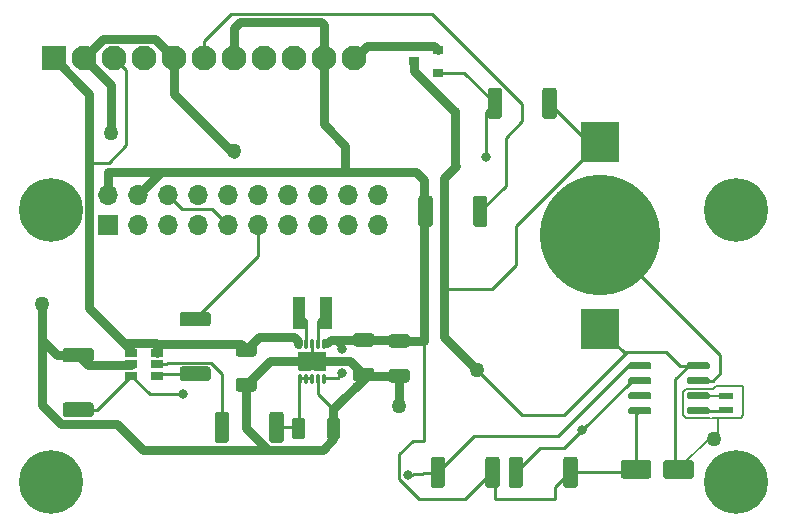
<source format=gbr>
G04 #@! TF.GenerationSoftware,KiCad,Pcbnew,5.1.10*
G04 #@! TF.CreationDate,2021-09-11T21:58:46-07:00*
G04 #@! TF.ProjectId,sticky_pi_hat,73746963-6b79-45f7-9069-5f6861742e6b,rev?*
G04 #@! TF.SameCoordinates,Original*
G04 #@! TF.FileFunction,Copper,L1,Top*
G04 #@! TF.FilePolarity,Positive*
%FSLAX46Y46*%
G04 Gerber Fmt 4.6, Leading zero omitted, Abs format (unit mm)*
G04 Created by KiCad (PCBNEW 5.1.10) date 2021-09-11 21:58:46*
%MOMM*%
%LPD*%
G01*
G04 APERTURE LIST*
G04 #@! TA.AperFunction,SMDPad,CuDef*
%ADD10C,10.200000*%
G04 #@! TD*
G04 #@! TA.AperFunction,SMDPad,CuDef*
%ADD11R,3.300000X3.500000*%
G04 #@! TD*
G04 #@! TA.AperFunction,SMDPad,CuDef*
%ADD12R,1.200000X0.600000*%
G04 #@! TD*
G04 #@! TA.AperFunction,ComponentPad*
%ADD13C,0.600000*%
G04 #@! TD*
G04 #@! TA.AperFunction,SMDPad,CuDef*
%ADD14O,0.280000X0.850000*%
G04 #@! TD*
G04 #@! TA.AperFunction,SMDPad,CuDef*
%ADD15R,0.280000X0.280000*%
G04 #@! TD*
G04 #@! TA.AperFunction,SMDPad,CuDef*
%ADD16R,2.400000X1.650000*%
G04 #@! TD*
G04 #@! TA.AperFunction,SMDPad,CuDef*
%ADD17R,1.050000X0.680000*%
G04 #@! TD*
G04 #@! TA.AperFunction,SMDPad,CuDef*
%ADD18R,0.500000X0.260000*%
G04 #@! TD*
G04 #@! TA.AperFunction,SMDPad,CuDef*
%ADD19R,0.700000X0.280000*%
G04 #@! TD*
G04 #@! TA.AperFunction,ComponentPad*
%ADD20C,5.400000*%
G04 #@! TD*
G04 #@! TA.AperFunction,SMDPad,CuDef*
%ADD21R,0.900000X0.800000*%
G04 #@! TD*
G04 #@! TA.AperFunction,ComponentPad*
%ADD22O,1.700000X1.700000*%
G04 #@! TD*
G04 #@! TA.AperFunction,ComponentPad*
%ADD23R,1.700000X1.700000*%
G04 #@! TD*
G04 #@! TA.AperFunction,SMDPad,CuDef*
%ADD24R,1.060000X0.650000*%
G04 #@! TD*
G04 #@! TA.AperFunction,SMDPad,CuDef*
%ADD25R,1.000000X2.750000*%
G04 #@! TD*
G04 #@! TA.AperFunction,ComponentPad*
%ADD26C,2.100000*%
G04 #@! TD*
G04 #@! TA.AperFunction,ComponentPad*
%ADD27R,2.100000X2.100000*%
G04 #@! TD*
G04 #@! TA.AperFunction,ViaPad*
%ADD28C,0.800000*%
G04 #@! TD*
G04 #@! TA.AperFunction,ViaPad*
%ADD29C,1.270000*%
G04 #@! TD*
G04 #@! TA.AperFunction,Conductor*
%ADD30C,0.254000*%
G04 #@! TD*
G04 #@! TA.AperFunction,Conductor*
%ADD31C,0.762000*%
G04 #@! TD*
G04 #@! TA.AperFunction,Conductor*
%ADD32C,0.250000*%
G04 #@! TD*
G04 #@! TA.AperFunction,Conductor*
%ADD33C,0.200000*%
G04 #@! TD*
G04 APERTURE END LIST*
D10*
X160528000Y-105156000D03*
D11*
X160528000Y-97256000D03*
X160528000Y-113056000D03*
D12*
X171196000Y-118780000D03*
X171196000Y-119980000D03*
D13*
X135394000Y-115324000D03*
X136894000Y-115324000D03*
X136894000Y-116324000D03*
X136144000Y-115824000D03*
X135394000Y-116324000D03*
D14*
X137144000Y-117299000D03*
X136644000Y-117299000D03*
X136144000Y-117299000D03*
D15*
X135644000Y-117584000D03*
X135144000Y-117584000D03*
D14*
X135144000Y-114349000D03*
D15*
X135644000Y-114064000D03*
D14*
X136144000Y-114349000D03*
D15*
X136644000Y-114064000D03*
X137144000Y-114064000D03*
D16*
X136144000Y-115824000D03*
D17*
X135509000Y-116274000D03*
X135509000Y-115374000D03*
X136779000Y-116274000D03*
D18*
X134514000Y-116074000D03*
X134514000Y-115574000D03*
X137774000Y-116074000D03*
D19*
X134594000Y-116074000D03*
X134594000Y-115574000D03*
X137694000Y-116074000D03*
D18*
X137774000Y-115574000D03*
D19*
X137694000Y-115574000D03*
D17*
X136779000Y-115374000D03*
D15*
X137144000Y-117584000D03*
X136644000Y-117584000D03*
X136144000Y-117584000D03*
D14*
X135644000Y-117299000D03*
X135144000Y-117299000D03*
D15*
X135144000Y-114064000D03*
D14*
X135644000Y-114349000D03*
D15*
X136144000Y-114064000D03*
D14*
X136644000Y-114349000D03*
X137144000Y-114349000D03*
G04 #@! TA.AperFunction,SMDPad,CuDef*
G36*
G01*
X165854000Y-125518000D02*
X165854000Y-124418000D01*
G75*
G02*
X166104000Y-124168000I250000J0D01*
G01*
X168204000Y-124168000D01*
G75*
G02*
X168454000Y-124418000I0J-250000D01*
G01*
X168454000Y-125518000D01*
G75*
G02*
X168204000Y-125768000I-250000J0D01*
G01*
X166104000Y-125768000D01*
G75*
G02*
X165854000Y-125518000I0J250000D01*
G01*
G37*
G04 #@! TD.AperFunction*
G04 #@! TA.AperFunction,SMDPad,CuDef*
G36*
G01*
X162254000Y-125518000D02*
X162254000Y-124418000D01*
G75*
G02*
X162504000Y-124168000I250000J0D01*
G01*
X164604000Y-124168000D01*
G75*
G02*
X164854000Y-124418000I0J-250000D01*
G01*
X164854000Y-125518000D01*
G75*
G02*
X164604000Y-125768000I-250000J0D01*
G01*
X162504000Y-125768000D01*
G75*
G02*
X162254000Y-125518000I0J250000D01*
G01*
G37*
G04 #@! TD.AperFunction*
D20*
X172000000Y-103000000D03*
X114000000Y-103000000D03*
X172000000Y-126000000D03*
X114000000Y-126000000D03*
G04 #@! TA.AperFunction,SMDPad,CuDef*
G36*
G01*
X156849000Y-92904999D02*
X156849000Y-95055001D01*
G75*
G02*
X156599001Y-95305000I-249999J0D01*
G01*
X155873999Y-95305000D01*
G75*
G02*
X155624000Y-95055001I0J249999D01*
G01*
X155624000Y-92904999D01*
G75*
G02*
X155873999Y-92655000I249999J0D01*
G01*
X156599001Y-92655000D01*
G75*
G02*
X156849000Y-92904999I0J-249999D01*
G01*
G37*
G04 #@! TD.AperFunction*
G04 #@! TA.AperFunction,SMDPad,CuDef*
G36*
G01*
X152224000Y-92904999D02*
X152224000Y-95055001D01*
G75*
G02*
X151974001Y-95305000I-249999J0D01*
G01*
X151248999Y-95305000D01*
G75*
G02*
X150999000Y-95055001I0J249999D01*
G01*
X150999000Y-92904999D01*
G75*
G02*
X151248999Y-92655000I249999J0D01*
G01*
X151974001Y-92655000D01*
G75*
G02*
X152224000Y-92904999I0J-249999D01*
G01*
G37*
G04 #@! TD.AperFunction*
D21*
X144796000Y-90424000D03*
X146796000Y-89474000D03*
X146796000Y-91374000D03*
G04 #@! TA.AperFunction,SMDPad,CuDef*
G36*
G01*
X164870000Y-119865000D02*
X164870000Y-120165000D01*
G75*
G02*
X164720000Y-120315000I-150000J0D01*
G01*
X163070000Y-120315000D01*
G75*
G02*
X162920000Y-120165000I0J150000D01*
G01*
X162920000Y-119865000D01*
G75*
G02*
X163070000Y-119715000I150000J0D01*
G01*
X164720000Y-119715000D01*
G75*
G02*
X164870000Y-119865000I0J-150000D01*
G01*
G37*
G04 #@! TD.AperFunction*
G04 #@! TA.AperFunction,SMDPad,CuDef*
G36*
G01*
X164870000Y-118595000D02*
X164870000Y-118895000D01*
G75*
G02*
X164720000Y-119045000I-150000J0D01*
G01*
X163070000Y-119045000D01*
G75*
G02*
X162920000Y-118895000I0J150000D01*
G01*
X162920000Y-118595000D01*
G75*
G02*
X163070000Y-118445000I150000J0D01*
G01*
X164720000Y-118445000D01*
G75*
G02*
X164870000Y-118595000I0J-150000D01*
G01*
G37*
G04 #@! TD.AperFunction*
G04 #@! TA.AperFunction,SMDPad,CuDef*
G36*
G01*
X164870000Y-117325000D02*
X164870000Y-117625000D01*
G75*
G02*
X164720000Y-117775000I-150000J0D01*
G01*
X163070000Y-117775000D01*
G75*
G02*
X162920000Y-117625000I0J150000D01*
G01*
X162920000Y-117325000D01*
G75*
G02*
X163070000Y-117175000I150000J0D01*
G01*
X164720000Y-117175000D01*
G75*
G02*
X164870000Y-117325000I0J-150000D01*
G01*
G37*
G04 #@! TD.AperFunction*
G04 #@! TA.AperFunction,SMDPad,CuDef*
G36*
G01*
X164870000Y-116055000D02*
X164870000Y-116355000D01*
G75*
G02*
X164720000Y-116505000I-150000J0D01*
G01*
X163070000Y-116505000D01*
G75*
G02*
X162920000Y-116355000I0J150000D01*
G01*
X162920000Y-116055000D01*
G75*
G02*
X163070000Y-115905000I150000J0D01*
G01*
X164720000Y-115905000D01*
G75*
G02*
X164870000Y-116055000I0J-150000D01*
G01*
G37*
G04 #@! TD.AperFunction*
G04 #@! TA.AperFunction,SMDPad,CuDef*
G36*
G01*
X169820000Y-116055000D02*
X169820000Y-116355000D01*
G75*
G02*
X169670000Y-116505000I-150000J0D01*
G01*
X168020000Y-116505000D01*
G75*
G02*
X167870000Y-116355000I0J150000D01*
G01*
X167870000Y-116055000D01*
G75*
G02*
X168020000Y-115905000I150000J0D01*
G01*
X169670000Y-115905000D01*
G75*
G02*
X169820000Y-116055000I0J-150000D01*
G01*
G37*
G04 #@! TD.AperFunction*
G04 #@! TA.AperFunction,SMDPad,CuDef*
G36*
G01*
X169820000Y-117325000D02*
X169820000Y-117625000D01*
G75*
G02*
X169670000Y-117775000I-150000J0D01*
G01*
X168020000Y-117775000D01*
G75*
G02*
X167870000Y-117625000I0J150000D01*
G01*
X167870000Y-117325000D01*
G75*
G02*
X168020000Y-117175000I150000J0D01*
G01*
X169670000Y-117175000D01*
G75*
G02*
X169820000Y-117325000I0J-150000D01*
G01*
G37*
G04 #@! TD.AperFunction*
G04 #@! TA.AperFunction,SMDPad,CuDef*
G36*
G01*
X169820000Y-118595000D02*
X169820000Y-118895000D01*
G75*
G02*
X169670000Y-119045000I-150000J0D01*
G01*
X168020000Y-119045000D01*
G75*
G02*
X167870000Y-118895000I0J150000D01*
G01*
X167870000Y-118595000D01*
G75*
G02*
X168020000Y-118445000I150000J0D01*
G01*
X169670000Y-118445000D01*
G75*
G02*
X169820000Y-118595000I0J-150000D01*
G01*
G37*
G04 #@! TD.AperFunction*
G04 #@! TA.AperFunction,SMDPad,CuDef*
G36*
G01*
X169820000Y-119865000D02*
X169820000Y-120165000D01*
G75*
G02*
X169670000Y-120315000I-150000J0D01*
G01*
X168020000Y-120315000D01*
G75*
G02*
X167870000Y-120165000I0J150000D01*
G01*
X167870000Y-119865000D01*
G75*
G02*
X168020000Y-119715000I150000J0D01*
G01*
X169670000Y-119715000D01*
G75*
G02*
X169820000Y-119865000I0J-150000D01*
G01*
G37*
G04 #@! TD.AperFunction*
G04 #@! TA.AperFunction,SMDPad,CuDef*
G36*
G01*
X129905999Y-117232000D02*
X131206001Y-117232000D01*
G75*
G02*
X131456000Y-117481999I0J-249999D01*
G01*
X131456000Y-118132001D01*
G75*
G02*
X131206001Y-118382000I-249999J0D01*
G01*
X129905999Y-118382000D01*
G75*
G02*
X129656000Y-118132001I0J249999D01*
G01*
X129656000Y-117481999D01*
G75*
G02*
X129905999Y-117232000I249999J0D01*
G01*
G37*
G04 #@! TD.AperFunction*
G04 #@! TA.AperFunction,SMDPad,CuDef*
G36*
G01*
X129905999Y-114282000D02*
X131206001Y-114282000D01*
G75*
G02*
X131456000Y-114531999I0J-249999D01*
G01*
X131456000Y-115182001D01*
G75*
G02*
X131206001Y-115432000I-249999J0D01*
G01*
X129905999Y-115432000D01*
G75*
G02*
X129656000Y-115182001I0J249999D01*
G01*
X129656000Y-114531999D01*
G75*
G02*
X129905999Y-114282000I249999J0D01*
G01*
G37*
G04 #@! TD.AperFunction*
D22*
X141730000Y-101710000D03*
X141730000Y-104250000D03*
X139190000Y-101710000D03*
X139190000Y-104250000D03*
X136650000Y-101710000D03*
X136650000Y-104250000D03*
X134110000Y-101710000D03*
X134110000Y-104250000D03*
X131570000Y-101710000D03*
X131570000Y-104250000D03*
X129030000Y-101710000D03*
X129030000Y-104250000D03*
X126490000Y-101710000D03*
X126490000Y-104250000D03*
X123950000Y-101710000D03*
X123950000Y-104250000D03*
X121410000Y-101710000D03*
X121410000Y-104250000D03*
X118870000Y-101710000D03*
D23*
X118870000Y-104250000D03*
D24*
X123020000Y-116078000D03*
X123020000Y-115128000D03*
X123020000Y-117028000D03*
X120820000Y-117028000D03*
X120820000Y-116078000D03*
X120820000Y-115128000D03*
G04 #@! TA.AperFunction,SMDPad,CuDef*
G36*
G01*
X157402000Y-126297001D02*
X157402000Y-124146999D01*
G75*
G02*
X157651999Y-123897000I249999J0D01*
G01*
X158377001Y-123897000D01*
G75*
G02*
X158627000Y-124146999I0J-249999D01*
G01*
X158627000Y-126297001D01*
G75*
G02*
X158377001Y-126547000I-249999J0D01*
G01*
X157651999Y-126547000D01*
G75*
G02*
X157402000Y-126297001I0J249999D01*
G01*
G37*
G04 #@! TD.AperFunction*
G04 #@! TA.AperFunction,SMDPad,CuDef*
G36*
G01*
X152777000Y-126297001D02*
X152777000Y-124146999D01*
G75*
G02*
X153026999Y-123897000I249999J0D01*
G01*
X153752001Y-123897000D01*
G75*
G02*
X154002000Y-124146999I0J-249999D01*
G01*
X154002000Y-126297001D01*
G75*
G02*
X153752001Y-126547000I-249999J0D01*
G01*
X153026999Y-126547000D01*
G75*
G02*
X152777000Y-126297001I0J249999D01*
G01*
G37*
G04 #@! TD.AperFunction*
G04 #@! TA.AperFunction,SMDPad,CuDef*
G36*
G01*
X150798000Y-126297001D02*
X150798000Y-124146999D01*
G75*
G02*
X151047999Y-123897000I249999J0D01*
G01*
X151773001Y-123897000D01*
G75*
G02*
X152023000Y-124146999I0J-249999D01*
G01*
X152023000Y-126297001D01*
G75*
G02*
X151773001Y-126547000I-249999J0D01*
G01*
X151047999Y-126547000D01*
G75*
G02*
X150798000Y-126297001I0J249999D01*
G01*
G37*
G04 #@! TD.AperFunction*
G04 #@! TA.AperFunction,SMDPad,CuDef*
G36*
G01*
X146173000Y-126297001D02*
X146173000Y-124146999D01*
G75*
G02*
X146422999Y-123897000I249999J0D01*
G01*
X147148001Y-123897000D01*
G75*
G02*
X147398000Y-124146999I0J-249999D01*
G01*
X147398000Y-126297001D01*
G75*
G02*
X147148001Y-126547000I-249999J0D01*
G01*
X146422999Y-126547000D01*
G75*
G02*
X146173000Y-126297001I0J249999D01*
G01*
G37*
G04 #@! TD.AperFunction*
G04 #@! TA.AperFunction,SMDPad,CuDef*
G36*
G01*
X127313001Y-112854000D02*
X125162999Y-112854000D01*
G75*
G02*
X124913000Y-112604001I0J249999D01*
G01*
X124913000Y-111878999D01*
G75*
G02*
X125162999Y-111629000I249999J0D01*
G01*
X127313001Y-111629000D01*
G75*
G02*
X127563000Y-111878999I0J-249999D01*
G01*
X127563000Y-112604001D01*
G75*
G02*
X127313001Y-112854000I-249999J0D01*
G01*
G37*
G04 #@! TD.AperFunction*
G04 #@! TA.AperFunction,SMDPad,CuDef*
G36*
G01*
X127313001Y-117479000D02*
X125162999Y-117479000D01*
G75*
G02*
X124913000Y-117229001I0J249999D01*
G01*
X124913000Y-116503999D01*
G75*
G02*
X125162999Y-116254000I249999J0D01*
G01*
X127313001Y-116254000D01*
G75*
G02*
X127563000Y-116503999I0J-249999D01*
G01*
X127563000Y-117229001D01*
G75*
G02*
X127313001Y-117479000I-249999J0D01*
G01*
G37*
G04 #@! TD.AperFunction*
G04 #@! TA.AperFunction,SMDPad,CuDef*
G36*
G01*
X132510000Y-122487001D02*
X132510000Y-120336999D01*
G75*
G02*
X132759999Y-120087000I249999J0D01*
G01*
X133485001Y-120087000D01*
G75*
G02*
X133735000Y-120336999I0J-249999D01*
G01*
X133735000Y-122487001D01*
G75*
G02*
X133485001Y-122737000I-249999J0D01*
G01*
X132759999Y-122737000D01*
G75*
G02*
X132510000Y-122487001I0J249999D01*
G01*
G37*
G04 #@! TD.AperFunction*
G04 #@! TA.AperFunction,SMDPad,CuDef*
G36*
G01*
X127885000Y-122487001D02*
X127885000Y-120336999D01*
G75*
G02*
X128134999Y-120087000I249999J0D01*
G01*
X128860001Y-120087000D01*
G75*
G02*
X129110000Y-120336999I0J-249999D01*
G01*
X129110000Y-122487001D01*
G75*
G02*
X128860001Y-122737000I-249999J0D01*
G01*
X128134999Y-122737000D01*
G75*
G02*
X127885000Y-122487001I0J249999D01*
G01*
G37*
G04 #@! TD.AperFunction*
G04 #@! TA.AperFunction,SMDPad,CuDef*
G36*
G01*
X146355500Y-102048999D02*
X146355500Y-104199001D01*
G75*
G02*
X146105501Y-104449000I-249999J0D01*
G01*
X145380499Y-104449000D01*
G75*
G02*
X145130500Y-104199001I0J249999D01*
G01*
X145130500Y-102048999D01*
G75*
G02*
X145380499Y-101799000I249999J0D01*
G01*
X146105501Y-101799000D01*
G75*
G02*
X146355500Y-102048999I0J-249999D01*
G01*
G37*
G04 #@! TD.AperFunction*
G04 #@! TA.AperFunction,SMDPad,CuDef*
G36*
G01*
X150980500Y-102048999D02*
X150980500Y-104199001D01*
G75*
G02*
X150730501Y-104449000I-249999J0D01*
G01*
X150005499Y-104449000D01*
G75*
G02*
X149755500Y-104199001I0J249999D01*
G01*
X149755500Y-102048999D01*
G75*
G02*
X150005499Y-101799000I249999J0D01*
G01*
X150730501Y-101799000D01*
G75*
G02*
X150980500Y-102048999I0J-249999D01*
G01*
G37*
G04 #@! TD.AperFunction*
G04 #@! TA.AperFunction,SMDPad,CuDef*
G36*
G01*
X117407001Y-115902000D02*
X115256999Y-115902000D01*
G75*
G02*
X115007000Y-115652001I0J249999D01*
G01*
X115007000Y-114926999D01*
G75*
G02*
X115256999Y-114677000I249999J0D01*
G01*
X117407001Y-114677000D01*
G75*
G02*
X117657000Y-114926999I0J-249999D01*
G01*
X117657000Y-115652001D01*
G75*
G02*
X117407001Y-115902000I-249999J0D01*
G01*
G37*
G04 #@! TD.AperFunction*
G04 #@! TA.AperFunction,SMDPad,CuDef*
G36*
G01*
X117407001Y-120527000D02*
X115256999Y-120527000D01*
G75*
G02*
X115007000Y-120277001I0J249999D01*
G01*
X115007000Y-119551999D01*
G75*
G02*
X115256999Y-119302000I249999J0D01*
G01*
X117407001Y-119302000D01*
G75*
G02*
X117657000Y-119551999I0J-249999D01*
G01*
X117657000Y-120277001D01*
G75*
G02*
X117407001Y-120527000I-249999J0D01*
G01*
G37*
G04 #@! TD.AperFunction*
D25*
X134994000Y-111760000D03*
X137294000Y-111760000D03*
D26*
X139700000Y-90170000D03*
X137160000Y-90170000D03*
X134620000Y-90170000D03*
X132080000Y-90170000D03*
X129540000Y-90170000D03*
X127000000Y-90170000D03*
X124460000Y-90170000D03*
X121920000Y-90170000D03*
X119380000Y-90170000D03*
X116840000Y-90170000D03*
D27*
X114300000Y-90170000D03*
G04 #@! TA.AperFunction,SMDPad,CuDef*
G36*
G01*
X142859999Y-116470000D02*
X144160001Y-116470000D01*
G75*
G02*
X144410000Y-116719999I0J-249999D01*
G01*
X144410000Y-117370001D01*
G75*
G02*
X144160001Y-117620000I-249999J0D01*
G01*
X142859999Y-117620000D01*
G75*
G02*
X142610000Y-117370001I0J249999D01*
G01*
X142610000Y-116719999D01*
G75*
G02*
X142859999Y-116470000I249999J0D01*
G01*
G37*
G04 #@! TD.AperFunction*
G04 #@! TA.AperFunction,SMDPad,CuDef*
G36*
G01*
X142859999Y-113520000D02*
X144160001Y-113520000D01*
G75*
G02*
X144410000Y-113769999I0J-249999D01*
G01*
X144410000Y-114420001D01*
G75*
G02*
X144160001Y-114670000I-249999J0D01*
G01*
X142859999Y-114670000D01*
G75*
G02*
X142610000Y-114420001I0J249999D01*
G01*
X142610000Y-113769999D01*
G75*
G02*
X142859999Y-113520000I249999J0D01*
G01*
G37*
G04 #@! TD.AperFunction*
G04 #@! TA.AperFunction,SMDPad,CuDef*
G36*
G01*
X139849999Y-116375000D02*
X141150001Y-116375000D01*
G75*
G02*
X141400000Y-116624999I0J-249999D01*
G01*
X141400000Y-117275001D01*
G75*
G02*
X141150001Y-117525000I-249999J0D01*
G01*
X139849999Y-117525000D01*
G75*
G02*
X139600000Y-117275001I0J249999D01*
G01*
X139600000Y-116624999D01*
G75*
G02*
X139849999Y-116375000I249999J0D01*
G01*
G37*
G04 #@! TD.AperFunction*
G04 #@! TA.AperFunction,SMDPad,CuDef*
G36*
G01*
X139849999Y-113425000D02*
X141150001Y-113425000D01*
G75*
G02*
X141400000Y-113674999I0J-249999D01*
G01*
X141400000Y-114325001D01*
G75*
G02*
X141150001Y-114575000I-249999J0D01*
G01*
X139849999Y-114575000D01*
G75*
G02*
X139600000Y-114325001I0J249999D01*
G01*
X139600000Y-113674999D01*
G75*
G02*
X139849999Y-113425000I249999J0D01*
G01*
G37*
G04 #@! TD.AperFunction*
G04 #@! TA.AperFunction,SMDPad,CuDef*
G36*
G01*
X135575000Y-120849999D02*
X135575000Y-122150001D01*
G75*
G02*
X135325001Y-122400000I-249999J0D01*
G01*
X134674999Y-122400000D01*
G75*
G02*
X134425000Y-122150001I0J249999D01*
G01*
X134425000Y-120849999D01*
G75*
G02*
X134674999Y-120600000I249999J0D01*
G01*
X135325001Y-120600000D01*
G75*
G02*
X135575000Y-120849999I0J-249999D01*
G01*
G37*
G04 #@! TD.AperFunction*
G04 #@! TA.AperFunction,SMDPad,CuDef*
G36*
G01*
X138525000Y-120849999D02*
X138525000Y-122150001D01*
G75*
G02*
X138275001Y-122400000I-249999J0D01*
G01*
X137624999Y-122400000D01*
G75*
G02*
X137375000Y-122150001I0J249999D01*
G01*
X137375000Y-120849999D01*
G75*
G02*
X137624999Y-120600000I249999J0D01*
G01*
X138275001Y-120600000D01*
G75*
G02*
X138525000Y-120849999I0J-249999D01*
G01*
G37*
G04 #@! TD.AperFunction*
D28*
X125222000Y-118618000D03*
X150876000Y-98552000D03*
X159004000Y-121666000D03*
X144272000Y-125476000D03*
D29*
X170180000Y-122428000D03*
X113284000Y-110998000D03*
X119126000Y-96520000D03*
X143510000Y-119634000D03*
X150114000Y-116586000D03*
X129540000Y-98044000D03*
D28*
X138684000Y-116840000D03*
X138684000Y-114808000D03*
D30*
X170053000Y-117475000D02*
X170688000Y-116840000D01*
X168845000Y-117475000D02*
X170053000Y-117475000D01*
X170688000Y-115316000D02*
X160528000Y-105156000D01*
X170688000Y-116840000D02*
X170688000Y-115316000D01*
X134912000Y-121412000D02*
X135000000Y-121500000D01*
X133122500Y-121412000D02*
X134912000Y-121412000D01*
X135000000Y-117368000D02*
X135144000Y-117224000D01*
X135000000Y-121500000D02*
X135000000Y-117368000D01*
X135644000Y-117224000D02*
X136144000Y-117224000D01*
X135644000Y-117224000D02*
X135144000Y-117224000D01*
D31*
X143415000Y-114000000D02*
X143510000Y-114095000D01*
X140500000Y-114000000D02*
X143415000Y-114000000D01*
X143510000Y-114095000D02*
X145617500Y-114095000D01*
X145617500Y-100478228D02*
X144933264Y-99793992D01*
X145617500Y-114095000D02*
X145617500Y-100478228D01*
X118870000Y-99824000D02*
X118900008Y-99793992D01*
X118870000Y-101710000D02*
X118870000Y-99824000D01*
X144300008Y-99793992D02*
X139190492Y-99793992D01*
X144933264Y-99793992D02*
X144300008Y-99793992D01*
X137160000Y-90170000D02*
X137160000Y-87376000D01*
X137160000Y-87376000D02*
X136906000Y-87122000D01*
X136906000Y-87122000D02*
X130048000Y-87122000D01*
X129540000Y-87630000D02*
X129540000Y-90170000D01*
X130048000Y-87122000D02*
X129540000Y-87630000D01*
X123326008Y-99793992D02*
X121410000Y-101710000D01*
X118900008Y-99793992D02*
X123326008Y-99793992D01*
D30*
X145617500Y-114095000D02*
X145617500Y-122563462D01*
X163602500Y-120307500D02*
X163895000Y-120015000D01*
X163602500Y-124460000D02*
X163602500Y-120307500D01*
D31*
X144300008Y-99793992D02*
X138966008Y-99793992D01*
X138966008Y-99793992D02*
X123326008Y-99793992D01*
D30*
X149124500Y-127508000D02*
X151410500Y-125222000D01*
X145228038Y-127508000D02*
X149124500Y-127508000D01*
X143510000Y-125789962D02*
X145228038Y-127508000D01*
X143510000Y-123698000D02*
X143510000Y-125789962D01*
D32*
X144644538Y-122563462D02*
X143510000Y-123698000D01*
X145617500Y-122563462D02*
X144644538Y-122563462D01*
X156744500Y-126492000D02*
X158014500Y-125222000D01*
X156744500Y-127508000D02*
X156744500Y-126492000D01*
X162840500Y-125222000D02*
X163602500Y-124460000D01*
X158014500Y-125222000D02*
X162840500Y-125222000D01*
D31*
X138966008Y-99793992D02*
X138966008Y-97564008D01*
X137160000Y-95758000D02*
X137160000Y-90170000D01*
X138966008Y-97564008D02*
X137160000Y-95758000D01*
D30*
X151638000Y-127508000D02*
X156744500Y-127508000D01*
X151638000Y-125449500D02*
X151410500Y-125222000D01*
X151638000Y-127508000D02*
X151638000Y-125449500D01*
D31*
X140749999Y-89120001D02*
X139700000Y-90170000D01*
X146442001Y-89120001D02*
X140749999Y-89120001D01*
X146796000Y-89474000D02*
X146442001Y-89120001D01*
D30*
X129271086Y-86413990D02*
X127000000Y-88685076D01*
X146299008Y-86413990D02*
X129271086Y-86413990D01*
X127000000Y-88685076D02*
X127000000Y-90170000D01*
X153924000Y-94038982D02*
X146299008Y-86413990D01*
X153924000Y-95504000D02*
X153924000Y-94038982D01*
X152551010Y-96876990D02*
X153924000Y-95504000D01*
X152551010Y-100940990D02*
X152551010Y-96876990D01*
X150368000Y-103124000D02*
X152551010Y-100940990D01*
X117933500Y-119914500D02*
X120820000Y-117028000D01*
X116332000Y-119914500D02*
X117933500Y-119914500D01*
X122410000Y-118618000D02*
X120820000Y-117028000D01*
X125222000Y-118618000D02*
X122410000Y-118618000D01*
D32*
X146796000Y-91374000D02*
X149005500Y-91374000D01*
X151384000Y-94207500D02*
X151611500Y-93980000D01*
D30*
X150876000Y-94715500D02*
X151611500Y-93980000D01*
X150876000Y-98552000D02*
X150876000Y-94715500D01*
X151611500Y-93980000D02*
X149005500Y-91374000D01*
X131570000Y-106909500D02*
X126238000Y-112241500D01*
X131570000Y-104250000D02*
X131570000Y-106909500D01*
X163195000Y-117475000D02*
X163895000Y-117475000D01*
X159004000Y-121666000D02*
X163195000Y-117475000D01*
D32*
X159004000Y-121666000D02*
X157480000Y-123190000D01*
X155421500Y-123190000D02*
X153389500Y-125222000D01*
X157480000Y-123190000D02*
X155421500Y-123190000D01*
D30*
X146531500Y-125476000D02*
X146785500Y-125222000D01*
X144272000Y-125476000D02*
X146785500Y-125222000D01*
X162920000Y-116205000D02*
X156951000Y-122174000D01*
X163895000Y-116205000D02*
X162920000Y-116205000D01*
X156951000Y-122174000D02*
X153643500Y-122174000D01*
D32*
X149833500Y-122174000D02*
X146785500Y-125222000D01*
X153643500Y-122174000D02*
X149833500Y-122174000D01*
D30*
X135644000Y-112410000D02*
X135644000Y-114424000D01*
X134994000Y-111760000D02*
X135644000Y-112410000D01*
X136644000Y-112410000D02*
X137294000Y-111760000D01*
X136644000Y-114424000D02*
X136644000Y-112410000D01*
X123181500Y-116866500D02*
X123020000Y-117028000D01*
X126238000Y-116866500D02*
X123181500Y-116866500D01*
D33*
X168880000Y-118780000D02*
X168845000Y-118745000D01*
X170815000Y-118780000D02*
X168880000Y-118780000D01*
D32*
X171161000Y-120015000D02*
X171196000Y-119980000D01*
X168845000Y-120015000D02*
X171161000Y-120015000D01*
D30*
X128497500Y-116872482D02*
X128497500Y-121412000D01*
X123955010Y-115926990D02*
X127552008Y-115926990D01*
X127552008Y-115926990D02*
X128497500Y-116872482D01*
X123804000Y-116078000D02*
X123955010Y-115926990D01*
X123020000Y-116078000D02*
X123804000Y-116078000D01*
D32*
X138000000Y-121450000D02*
X137950000Y-121500000D01*
D31*
X116332000Y-115289500D02*
X114527500Y-115289500D01*
X114527500Y-115289500D02*
X113284000Y-114046000D01*
X113284000Y-114046000D02*
X113284000Y-110998000D01*
X130805001Y-118105001D02*
X130556000Y-117856000D01*
X137922000Y-119888000D02*
X140765000Y-117045000D01*
X137922000Y-122428000D02*
X137922000Y-119888000D01*
X137031990Y-123318010D02*
X137922000Y-122428000D01*
X140765000Y-117045000D02*
X143510000Y-117045000D01*
X132415782Y-123318010D02*
X137031990Y-123318010D01*
X130556000Y-121458228D02*
X132415782Y-123318010D01*
X130556000Y-117856000D02*
X130556000Y-121458228D01*
X132539000Y-115824000D02*
X136144000Y-115824000D01*
X130556000Y-117807000D02*
X132539000Y-115824000D01*
X139374000Y-115824000D02*
X136144000Y-115824000D01*
X140500000Y-116950000D02*
X139374000Y-115824000D01*
D30*
X136144000Y-115824000D02*
X136144000Y-114424000D01*
D31*
X135569000Y-115824000D02*
X136144000Y-115249000D01*
X135194000Y-115824000D02*
X135569000Y-115824000D01*
X136719000Y-115824000D02*
X136144000Y-115249000D01*
X137094000Y-115824000D02*
X136719000Y-115824000D01*
X122828999Y-88538999D02*
X124460000Y-90170000D01*
X118471001Y-88538999D02*
X122828999Y-88538999D01*
X116840000Y-90170000D02*
X118471001Y-88538999D01*
X124460000Y-93218000D02*
X124460000Y-90170000D01*
X129540000Y-98298000D02*
X124460000Y-93218000D01*
X116840000Y-90170000D02*
X119126000Y-92456000D01*
X119126000Y-92456000D02*
X119126000Y-96520000D01*
X143510000Y-117045000D02*
X143510000Y-119634000D01*
X150114000Y-116586000D02*
X147320000Y-113792000D01*
D30*
X168021000Y-116205000D02*
X168845000Y-116205000D01*
X166878000Y-117348000D02*
X168021000Y-116205000D01*
X168845000Y-116205000D02*
X167259000Y-116205000D01*
X167259000Y-116205000D02*
X166116000Y-115062000D01*
X166116000Y-115062000D02*
X162814000Y-115062000D01*
X162814000Y-115062000D02*
X157480000Y-120396000D01*
X153924000Y-120396000D02*
X150114000Y-116586000D01*
X157480000Y-120396000D02*
X153924000Y-120396000D01*
D31*
X116332000Y-115289500D02*
X117120500Y-116078000D01*
X117132510Y-116090010D02*
X120820000Y-116090010D01*
X116332000Y-115289500D02*
X117132510Y-116090010D01*
X113284000Y-119479228D02*
X113284000Y-110998000D01*
X114912782Y-121108010D02*
X113284000Y-119479228D01*
X119611262Y-121108010D02*
X114912782Y-121108010D01*
X121821262Y-123318010D02*
X119611262Y-121108010D01*
X132415782Y-123318010D02*
X121821262Y-123318010D01*
D30*
X125127001Y-102887001D02*
X123950000Y-101710000D01*
X127667001Y-102887001D02*
X125127001Y-102887001D01*
X129030000Y-104250000D02*
X127667001Y-102887001D01*
X139598999Y-117851001D02*
X140500000Y-116950000D01*
D32*
X166878000Y-124692000D02*
X167154000Y-124968000D01*
X136644000Y-118610000D02*
X137922000Y-119888000D01*
X136644000Y-117299000D02*
X136644000Y-118610000D01*
X166878000Y-117348000D02*
X166878000Y-124692000D01*
D33*
X167154000Y-124968000D02*
X170180000Y-121942000D01*
X170158000Y-121942000D02*
X169545000Y-122555000D01*
X170180000Y-121942000D02*
X170158000Y-121942000D01*
X172650001Y-120396000D02*
X172650001Y-117939998D01*
X172650001Y-118004999D02*
X172590001Y-117944999D01*
X170503999Y-120580001D02*
X171655001Y-120580001D01*
X170503999Y-122104001D02*
X170180000Y-122428000D01*
X170503999Y-121088001D02*
X170503999Y-122104001D01*
X170503999Y-120580001D02*
X170503999Y-121088001D01*
X170503999Y-121088001D02*
X170503999Y-121227999D01*
D32*
X162534000Y-115062000D02*
X160528000Y-113056000D01*
X162814000Y-115062000D02*
X162534000Y-115062000D01*
X147320000Y-109728000D02*
X151384000Y-109728000D01*
D31*
X147320000Y-113792000D02*
X147320000Y-109728000D01*
D32*
X151384000Y-109728000D02*
X153416000Y-107696000D01*
X153416000Y-104368000D02*
X160528000Y-97256000D01*
X153416000Y-107696000D02*
X153416000Y-104368000D01*
D31*
X147320000Y-100330000D02*
X147320000Y-109728000D01*
X148336000Y-99314000D02*
X147320000Y-100330000D01*
X148211490Y-99189490D02*
X148211490Y-94617490D01*
X144796000Y-91269802D02*
X144796000Y-90424000D01*
X148143688Y-94617490D02*
X144796000Y-91269802D01*
X148211490Y-94617490D02*
X148143688Y-94617490D01*
D30*
X159512500Y-97256000D02*
X156236500Y-93980000D01*
X160528000Y-97256000D02*
X159512500Y-97256000D01*
D33*
X172650001Y-120396000D02*
X172466000Y-120580001D01*
X172590001Y-117944999D02*
X170309999Y-117944999D01*
X170309999Y-117944999D02*
X170110008Y-118144990D01*
X170110008Y-118144990D02*
X167833598Y-118144990D01*
X167833598Y-118144990D02*
X167569990Y-118408598D01*
X167569990Y-118408598D02*
X167569990Y-120351402D01*
X167569990Y-120351402D02*
X167833598Y-120615010D01*
X167833598Y-120615010D02*
X169856402Y-120615010D01*
X169974999Y-120580001D02*
X170503999Y-120580001D01*
X172466000Y-120580001D02*
X171655001Y-120580001D01*
D31*
X119126000Y-96520000D02*
X119126000Y-96520000D01*
X113284000Y-110998000D02*
X113284000Y-110998000D01*
X114300000Y-90170000D02*
X117281001Y-93151001D01*
X120191614Y-114250386D02*
X122886386Y-114250386D01*
X120191614Y-114250386D02*
X120820000Y-114878772D01*
X123020000Y-114384000D02*
X123020000Y-115128000D01*
X122886386Y-114250386D02*
X123020000Y-114384000D01*
X123020000Y-114384000D02*
X130083000Y-114384000D01*
X117281001Y-111339773D02*
X120191614Y-114250386D01*
X117281001Y-93151001D02*
X117281001Y-111339773D01*
D30*
X118938999Y-98993001D02*
X117281001Y-98993001D01*
X120396000Y-97536000D02*
X118938999Y-98993001D01*
X120396000Y-91186000D02*
X120396000Y-97536000D01*
X119380000Y-90170000D02*
X120396000Y-91186000D01*
D31*
X130083000Y-114384000D02*
X130556000Y-114857000D01*
X134922990Y-114127990D02*
X134922990Y-114349000D01*
X134587000Y-113792000D02*
X134922990Y-114127990D01*
X131621000Y-113792000D02*
X134587000Y-113792000D01*
X130556000Y-114857000D02*
X131621000Y-113792000D01*
D30*
X137144000Y-117224000D02*
X138300000Y-117224000D01*
X138300000Y-117224000D02*
X138684000Y-116840000D01*
X138684000Y-114808000D02*
X137876000Y-114000000D01*
D31*
X140500000Y-114000000D02*
X137714000Y-114000000D01*
X137714000Y-114000000D02*
X137414000Y-114300000D01*
M02*

</source>
